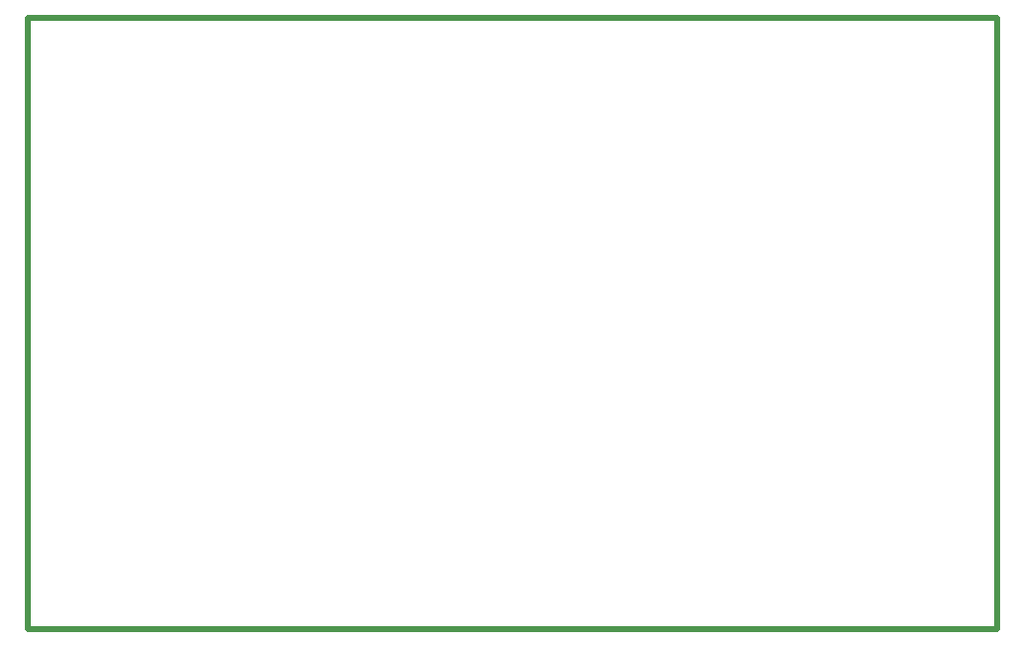
<source format=gko>
%FSLAX33Y33*%
%MOMM*%
%ADD10C,0.508*%
D10*
%LNpath-0*%
G01*
X-43650Y-43800D02*
X38900Y-43800D01*
X38900Y8270*
X-43650Y8270*
X-43650Y-43800*
%LNmechanical details_traces*%
M02*
</source>
